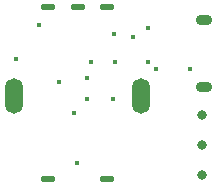
<source format=gbr>
%TF.GenerationSoftware,Altium Limited,Altium Designer,20.1.8 (145)*%
G04 Layer_Color=0*
%FSLAX45Y45*%
%MOMM*%
%TF.SameCoordinates,B8344769-4606-4218-AAAC-353AEC7BCCEF*%
%TF.FilePolarity,Positive*%
%TF.FileFunction,Plated,1,2,PTH,Drill*%
%TF.Part,Single*%
G01*
G75*
%TA.AperFunction,ComponentDrill*%
%ADD52C,0.80000*%
%ADD53O,1.25000X0.50000*%
%ADD54O,1.50000X3.00000*%
%ADD55O,1.40000X0.90000*%
%TA.AperFunction,ViaDrill,NotFilled*%
%ADD56C,0.40000*%
D52*
X1727423Y106096D02*
D03*
Y614096D02*
D03*
Y360096D02*
D03*
D53*
X927041Y1525480D02*
D03*
X427041D02*
D03*
X677041D02*
D03*
X927041Y75479D02*
D03*
X427041D02*
D03*
D54*
X139541Y775480D02*
D03*
X1214541D02*
D03*
D55*
X1748775Y1415022D02*
D03*
Y849022D02*
D03*
D56*
X1275479Y1348803D02*
D03*
X1146303Y1278278D02*
D03*
X1271240Y1063906D02*
D03*
X983113Y1300060D02*
D03*
X671937Y205096D02*
D03*
X649674Y628566D02*
D03*
X347278Y1377199D02*
D03*
X155797Y1084233D02*
D03*
X787279Y1061674D02*
D03*
X992051D02*
D03*
X977785Y745520D02*
D03*
X753291Y753573D02*
D03*
Y926998D02*
D03*
X523099Y890166D02*
D03*
X1345114Y1002022D02*
D03*
X1626195D02*
D03*
%TF.MD5,4fe7b4c4421841ec55d609c0326d4fb3*%
M02*

</source>
